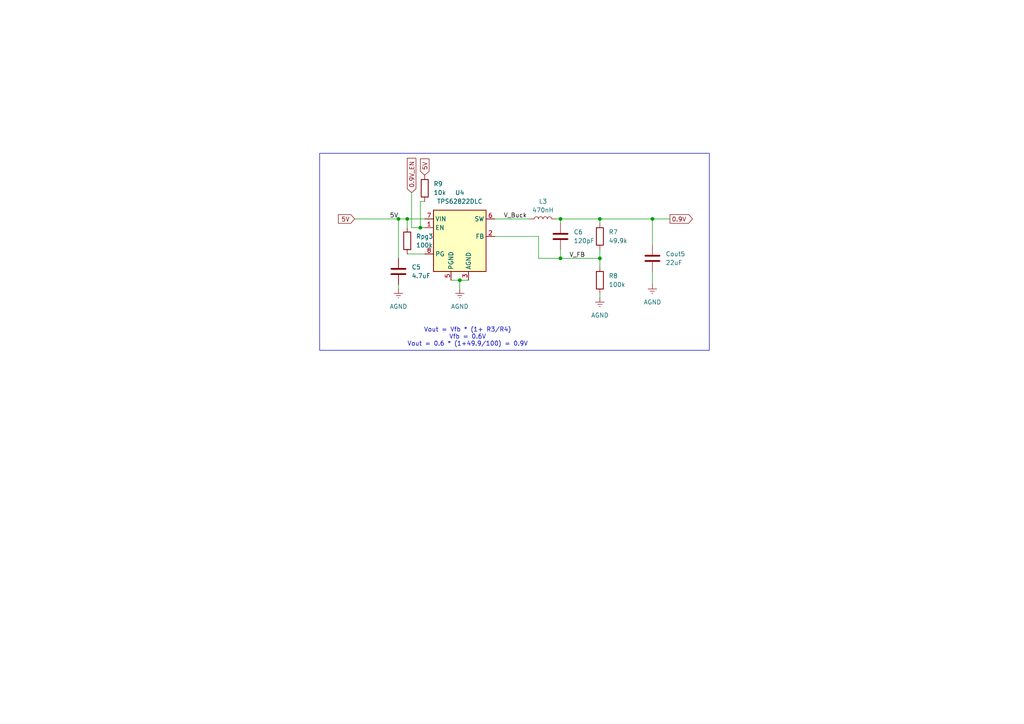
<source format=kicad_sch>
(kicad_sch (version 20231120) (generator "eeschema") (generator_version "8.0")
  (paper "A4")
  (title_block (company "Michael Meyers"))
  (lib_symbols
    (symbol "Device:C" (pin_numbers hide) (pin_names (offset 0.254))
      (property "Reference" "C" (at 0.635 2.54 0))
      (property "Value" "C" (at 0.635 -2.54 0))
      (symbol "C_0_1"
        (polyline (pts (xy -2.032 -0.762) (xy 2.032 -0.762)) (stroke (width 0.508)))
        (polyline (pts (xy -2.032 0.762) (xy 2.032 0.762)) (stroke (width 0.508)))
      )
      (symbol "C_1_1"
        (pin passive line (at 0 3.81 270) (length 2.794) (name "~") (number "1"))
        (pin passive line (at 0 -3.81 90) (length 2.794) (name "~") (number "2"))
      )
    )
    (symbol "Device:L" (pin_numbers hide) (pin_names (offset 1.016) hide)
      (property "Reference" "L" (at -1.27 0 90))
      (property "Value" "L" (at 1.905 0 90))
      (symbol "L_0_1"
        (arc (start 0 -2.54) (mid 0.6323 -1.905) (end 0 -1.27))
        (arc (start 0 -1.27) (mid 0.6323 -0.635) (end 0 0))
        (arc (start 0 0) (mid 0.6323 0.635) (end 0 1.27))
        (arc (start 0 1.27) (mid 0.6323 1.905) (end 0 2.54))
      )
      (symbol "L_1_1"
        (pin passive line (at 0 3.81 270) (length 1.27) (name "1") (number "1"))
        (pin passive line (at 0 -3.81 90) (length 1.27) (name "2") (number "2"))
      )
    )
    (symbol "Device:R" (pin_numbers hide) (pin_names (offset 0))
      (property "Reference" "R" (at 2.032 0 90))
      (property "Value" "R" (at 0 0 90))
      (symbol "R_0_1"
        (rectangle (start -1.016 -2.54) (end 1.016 2.54) (stroke (width 0.254)))
      )
      (symbol "R_1_1"
        (pin passive line (at 0 3.81 270) (length 1.27) (name "~") (number "1"))
        (pin passive line (at 0 -3.81 90) (length 1.27) (name "~") (number "2"))
      )
    )
    (symbol "Regulator_Switching:TPS62822DLC"
      (property "Reference" "U" (at -7.62 11.43 0))
      (property "Value" "TPS62822DLC" (at -1.27 11.43 0))
      (symbol "TPS62822DLC_0_1"
        (rectangle (start -7.62 10.16) (end 7.62 -7.62) (stroke (width 0.254)) (fill (type background)))
      )
      (symbol "TPS62822DLC_1_1"
        (pin input line (at -10.16 5.08 0) (length 2.54) (name "EN") (number "1"))
        (pin input line (at 10.16 2.54 180) (length 2.54) (name "FB") (number "2"))
        (pin power_in line (at 2.54 -10.16 90) (length 2.54) (name "AGND") (number "3"))
        (pin no_connect line (at 7.62 5.08 180) (length 2.54) hide (name "NC") (number "4"))
        (pin power_in line (at -2.54 -10.16 90) (length 2.54) (name "PGND") (number "5"))
        (pin power_out line (at 10.16 7.62 180) (length 2.54) (name "SW") (number "6"))
        (pin power_in line (at -10.16 7.62 0) (length 2.54) (name "VIN") (number "7"))
        (pin open_collector line (at -10.16 -2.54 0) (length 2.54) (name "PG") (number "8"))
      )
    )
    (symbol "power:Earth" (power) (pin_numbers hide) (pin_names (offset 0) hide)
      (property "Value" "Earth" (at 0 -3.81 0))
      (symbol "Earth_0_1"
        (polyline (pts (xy -0.635 -1.905) (xy 0.635 -1.905)))
        (polyline (pts (xy -0.127 -2.54) (xy 0.127 -2.54)))
        (polyline (pts (xy 0 -1.27) (xy 0 0)))
        (polyline (pts (xy 1.27 -1.27) (xy -1.27 -1.27)))
      )
      (symbol "Earth_1_1"
        (pin power_in line (at 0 0 270) (length 0) (name "~") (number "1"))
      )
    )
  )
  (junction (at 115.57 63.5))
  (junction (at 189.23 63.5))
  (junction (at 118.11 63.5))
  (junction (at 173.99 74.93))
  (junction (at 162.56 63.5))
  (junction (at 173.99 63.5))
  (junction (at 162.56 74.93))
  (junction (at 121.92 66.04))
  (junction (at 133.35 81.28))
  (wire (pts (xy 162.56 63.5) (xy 162.56 64.77)))
  (wire (pts (xy 123.19 66.04) (xy 121.92 66.04)))
  (wire (pts (xy 162.56 72.39) (xy 162.56 74.93)))
  (wire (pts (xy 143.51 63.5) (xy 153.67 63.5)))
  (wire (pts (xy 173.99 63.5) (xy 189.23 63.5)))
  (wire (pts (xy 115.57 82.55) (xy 115.57 83.82)))
  (wire (pts (xy 133.35 81.28) (xy 135.89 81.28)))
  (wire (pts (xy 121.92 66.04) (xy 119.38 66.04)))
  (wire (pts (xy 133.35 81.28) (xy 133.35 83.82)))
  (wire (pts (xy 173.99 63.5) (xy 173.99 64.77)))
  (wire (pts (xy 115.57 63.5) (xy 115.57 74.93)))
  (wire (pts (xy 162.56 63.5) (xy 173.99 63.5)))
  (wire (pts (xy 189.23 63.5) (xy 194.31 63.5)))
  (wire (pts (xy 121.92 58.42) (xy 123.19 58.42)))
  (wire (pts (xy 162.56 74.93) (xy 173.99 74.93)))
  (wire (pts (xy 143.51 68.58) (xy 156.21 68.58)))
  (wire (pts (xy 173.99 85.09) (xy 173.99 86.36)))
  (wire (pts (xy 189.23 71.12) (xy 189.23 63.5)))
  (wire (pts (xy 118.11 63.5) (xy 123.19 63.5)))
  (wire (pts (xy 189.23 78.74) (xy 189.23 82.55)))
  (wire (pts (xy 161.29 63.5) (xy 162.56 63.5)))
  (wire (pts (xy 156.21 68.58) (xy 156.21 74.93)))
  (wire (pts (xy 173.99 74.93) (xy 173.99 77.47)))
  (wire (pts (xy 156.21 74.93) (xy 162.56 74.93)))
  (wire (pts (xy 118.11 73.66) (xy 123.19 73.66)))
  (wire (pts (xy 119.38 55.88) (xy 119.38 66.04)))
  (wire (pts (xy 121.92 58.42) (xy 121.92 66.04)))
  (wire (pts (xy 130.81 81.28) (xy 133.35 81.28)))
  (wire (pts (xy 102.87 63.5) (xy 115.57 63.5)))
  (wire (pts (xy 118.11 63.5) (xy 118.11 66.04)))
  (wire (pts (xy 173.99 74.93) (xy 173.99 72.39)))
  (wire (pts (xy 118.11 63.5) (xy 115.57 63.5)))
  (rectangle (start 92.71 44.45) (end 205.74 101.6))
  (text "Vout = Vfb * (1+ R3/R4)\nVfb = 0.6V\nVout = 0.6 * (1+49.9/100) = 0.9V" (exclude_from_sim yes) (at 135.636 97.79 0) (effects (font (size 1.27 1.27))))
  (label "5V" (at 113.03 63.5 0))
  (label "V_Buck" (at 146.05 63.5 0))
  (label "V_FB" (at 165.1 74.93 0))
  (global_label "5V" (shape input) (at 123.19 50.8 90) (property "Intersheetrefs" "${INTERSHEET_REFS}" (effects (hide yes))))
  (global_label "5V" (shape input) (at 102.87 63.5 180) (property "Intersheetrefs" "${INTERSHEET_REFS}" (effects (hide yes))))
  (global_label "0.9V" (shape output) (at 194.31 63.5 0) (property "Intersheetrefs" "${INTERSHEET_REFS}" (effects (hide yes))))
  (global_label "0.9V_EN" (shape input) (at 119.38 55.88 90) (property "Intersheetrefs" "${INTERSHEET_REFS}" (effects (hide yes))))
  (symbol (lib_id "power:Earth") (at 115.57 83.82 0) (unit 1)
    (property "Reference" "#PWR09" (effects (hide yes)))
    (property "Value" "AGND" (at 115.57 88.9 0))
    (property "Description" "Power symbol creates a global label with name \"Earth\"" (effects (hide yes)))
  )
  (symbol (lib_id "power:Earth") (at 189.23 82.55 0) (unit 1)
    (property "Reference" "#PWR012" (effects (hide yes)))
    (property "Value" "AGND" (at 189.23 87.63 0))
    (property "Description" "Power symbol creates a global label with name \"Earth\"" (effects (hide yes)))
  )
  (symbol (lib_id "Device:C") (at 189.23 74.93 0) (unit 1)
    (property "Reference" "Cout5" (at 193.04 73.6599 0) (effects (justify left)))
    (property "Value" "22uF" (at 193.04 76.1999 0) (effects (justify left)))
    (property "Footprint" "Capacitor_SMD:C_0805_2012Metric" (effects (hide yes)))
    (property "Description" "Unpolarized capacitor" (effects (hide yes)))
  )
  (symbol (lib_id "Device:L") (at 157.48 63.5 90) (unit 1)
    (property "Reference" "L3" (at 157.48 58.42 90))
    (property "Value" "470nH" (at 157.48 60.96 90))
    (property "Footprint" "Inductor_SMD:L_0805_2012Metric" (effects (hide yes)))
    (property "Description" "Inductor" (effects (hide yes)))
  )
  (symbol (lib_id "Device:R") (at 123.19 54.61 0) (unit 1)
    (property "Reference" "R9" (at 125.73 53.3399 0) (effects (justify left)))
    (property "Value" "10k" (at 125.73 55.8799 0) (effects (justify left)))
    (property "Footprint" "Resistor_SMD:R_0805_2012Metric" (effects (hide yes)))
    (property "Description" "Resistor" (effects (hide yes)))
  )
  (symbol (lib_id "power:Earth") (at 133.35 83.82 0) (unit 1)
    (property "Reference" "#PWR010" (effects (hide yes)))
    (property "Value" "AGND" (at 133.35 88.9 0))
    (property "Description" "Power symbol creates a global label with name \"Earth\"" (effects (hide yes)))
  )
  (symbol (lib_id "Regulator_Switching:TPS62822DLC") (at 133.35 71.12 0) (unit 1)
    (property "Reference" "U4" (at 133.35 55.88 0))
    (property "Value" "TPS62822DLC" (at 133.35 58.42 0))
    (property "Footprint" "Package_SON:Texas_VSON-HR-8_1.5x2mm_P0.5mm" (effects (hide yes)))
    (property "Datasheet" "http://www.ti.com/lit/ds/symlink/tps62823.pdf" (effects (hide yes)))
    (property "Description" "2A Step-Down Converter with DCS-Control, adjustable output, 2.4-5.5V input voltage, QFN-8" (effects (hide yes)))
  )
  (symbol (lib_id "Device:R") (at 173.99 81.28 0) (unit 1)
    (property "Reference" "R8" (at 176.53 80.0099 0) (effects (justify left)))
    (property "Value" "100k" (at 176.53 82.5499 0) (effects (justify left)))
    (property "Footprint" "Resistor_SMD:R_0805_2012Metric" (effects (hide yes)))
    (property "Description" "Resistor" (effects (hide yes)))
  )
  (symbol (lib_id "Device:C") (at 162.56 68.58 0) (unit 1)
    (property "Reference" "C6" (at 166.37 67.3099 0) (effects (justify left)))
    (property "Value" "120pF" (at 166.37 69.8499 0) (effects (justify left)))
    (property "Footprint" "Capacitor_SMD:C_0402_1005Metric" (effects (hide yes)))
    (property "Description" "Unpolarized capacitor" (effects (hide yes)))
  )
  (symbol (lib_id "Device:R") (at 173.99 68.58 0) (unit 1)
    (property "Reference" "R7" (at 176.53 67.3099 0) (effects (justify left)))
    (property "Value" "49.9k" (at 176.53 69.8499 0) (effects (justify left)))
    (property "Footprint" "Resistor_SMD:R_0805_2012Metric" (effects (hide yes)))
    (property "Description" "Resistor" (effects (hide yes)))
  )
  (symbol (lib_id "power:Earth") (at 173.99 86.36 0) (unit 1)
    (property "Reference" "#PWR011" (effects (hide yes)))
    (property "Value" "AGND" (at 173.99 91.44 0))
    (property "Description" "Power symbol creates a global label with name \"Earth\"" (effects (hide yes)))
  )
  (symbol (lib_id "Device:C") (at 115.57 78.74 0) (unit 1)
    (property "Reference" "C5" (at 119.38 77.4699 0) (effects (justify left)))
    (property "Value" "4.7uF" (at 119.38 80.0099 0) (effects (justify left)))
    (property "Footprint" "Capacitor_SMD:C_0805_2012Metric" (effects (hide yes)))
    (property "Description" "Unpolarized capacitor" (effects (hide yes)))
  )
  (symbol (lib_id "Device:R") (at 118.11 69.85 0) (unit 1)
    (property "Reference" "Rpg3" (at 120.65 68.5799 0) (effects (justify left)))
    (property "Value" "100k" (at 120.65 71.1199 0) (effects (justify left)))
    (property "Footprint" "Resistor_SMD:R_0805_2012Metric" (effects (hide yes)))
    (property "Description" "Resistor" (effects (hide yes)))
  )
)
</source>
